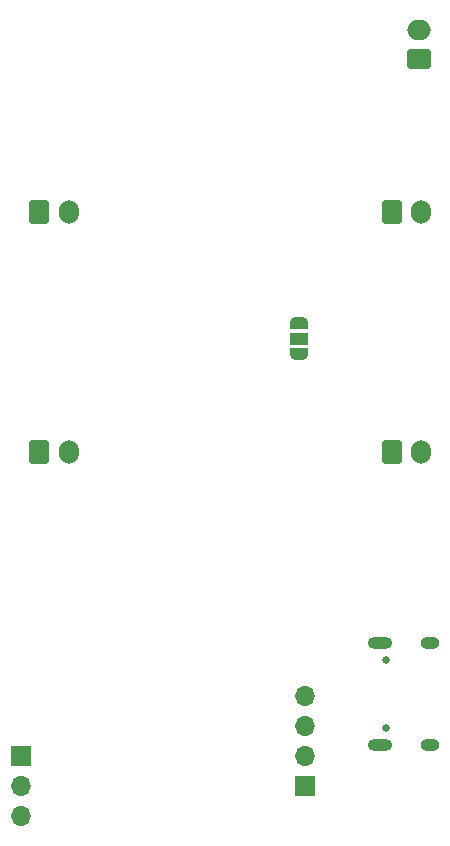
<source format=gbs>
G04 #@! TF.GenerationSoftware,KiCad,Pcbnew,(7.0.0)*
G04 #@! TF.CreationDate,2023-09-25T00:06:07+02:00*
G04 #@! TF.ProjectId,FC Control board 1.0,46432043-6f6e-4747-926f-6c20626f6172,rev?*
G04 #@! TF.SameCoordinates,Original*
G04 #@! TF.FileFunction,Soldermask,Bot*
G04 #@! TF.FilePolarity,Negative*
%FSLAX46Y46*%
G04 Gerber Fmt 4.6, Leading zero omitted, Abs format (unit mm)*
G04 Created by KiCad (PCBNEW (7.0.0)) date 2023-09-25 00:06:07*
%MOMM*%
%LPD*%
G01*
G04 APERTURE LIST*
G04 Aperture macros list*
%AMRoundRect*
0 Rectangle with rounded corners*
0 $1 Rounding radius*
0 $2 $3 $4 $5 $6 $7 $8 $9 X,Y pos of 4 corners*
0 Add a 4 corners polygon primitive as box body*
4,1,4,$2,$3,$4,$5,$6,$7,$8,$9,$2,$3,0*
0 Add four circle primitives for the rounded corners*
1,1,$1+$1,$2,$3*
1,1,$1+$1,$4,$5*
1,1,$1+$1,$6,$7*
1,1,$1+$1,$8,$9*
0 Add four rect primitives between the rounded corners*
20,1,$1+$1,$2,$3,$4,$5,0*
20,1,$1+$1,$4,$5,$6,$7,0*
20,1,$1+$1,$6,$7,$8,$9,0*
20,1,$1+$1,$8,$9,$2,$3,0*%
%AMFreePoly0*
4,1,19,0.550000,-0.750000,0.000000,-0.750000,0.000000,-0.744911,-0.071157,-0.744911,-0.207708,-0.704816,-0.327430,-0.627875,-0.420627,-0.520320,-0.479746,-0.390866,-0.500000,-0.250000,-0.500000,0.250000,-0.479746,0.390866,-0.420627,0.520320,-0.327430,0.627875,-0.207708,0.704816,-0.071157,0.744911,0.000000,0.744911,0.000000,0.750000,0.550000,0.750000,0.550000,-0.750000,0.550000,-0.750000,
$1*%
%AMFreePoly1*
4,1,19,0.000000,0.744911,0.071157,0.744911,0.207708,0.704816,0.327430,0.627875,0.420627,0.520320,0.479746,0.390866,0.500000,0.250000,0.500000,-0.250000,0.479746,-0.390866,0.420627,-0.520320,0.327430,-0.627875,0.207708,-0.704816,0.071157,-0.744911,0.000000,-0.744911,0.000000,-0.750000,-0.550000,-0.750000,-0.550000,0.750000,0.000000,0.750000,0.000000,0.744911,0.000000,0.744911,
$1*%
G04 Aperture macros list end*
%ADD10O,1.700000X2.000000*%
%ADD11RoundRect,0.250000X-0.600000X-0.750000X0.600000X-0.750000X0.600000X0.750000X-0.600000X0.750000X0*%
%ADD12R,1.700000X1.700000*%
%ADD13O,1.700000X1.700000*%
%ADD14C,0.650000*%
%ADD15O,2.100000X1.000000*%
%ADD16O,1.600000X1.000000*%
%ADD17RoundRect,0.250000X0.750000X-0.600000X0.750000X0.600000X-0.750000X0.600000X-0.750000X-0.600000X0*%
%ADD18O,2.000000X1.700000*%
%ADD19FreePoly0,270.000000*%
%ADD20R,1.500000X1.000000*%
%ADD21FreePoly1,270.000000*%
G04 APERTURE END LIST*
D10*
X222789598Y-136959499D03*
D11*
X220289599Y-136959500D03*
X220311000Y-157279500D03*
D10*
X222810999Y-157279499D03*
D12*
X212989999Y-185491999D03*
D13*
X212989999Y-182951999D03*
X212989999Y-180411999D03*
X212989999Y-177871999D03*
D11*
X190466000Y-157279500D03*
D10*
X192965999Y-157279499D03*
D11*
X190466000Y-136959500D03*
D10*
X192965999Y-136959499D03*
D14*
X219848000Y-180604000D03*
X219848000Y-174824000D03*
D15*
X219317999Y-182033999D03*
D16*
X223497999Y-182033999D03*
D15*
X219317999Y-173393999D03*
D16*
X223497999Y-173393999D03*
D17*
X222596000Y-124004000D03*
D18*
X222595999Y-121503999D03*
D12*
X188884999Y-182966999D03*
D13*
X188884999Y-185506999D03*
X188884999Y-188046999D03*
D19*
X212482000Y-146346000D03*
D20*
X212481999Y-147645999D03*
D21*
X212482000Y-148946000D03*
M02*

</source>
